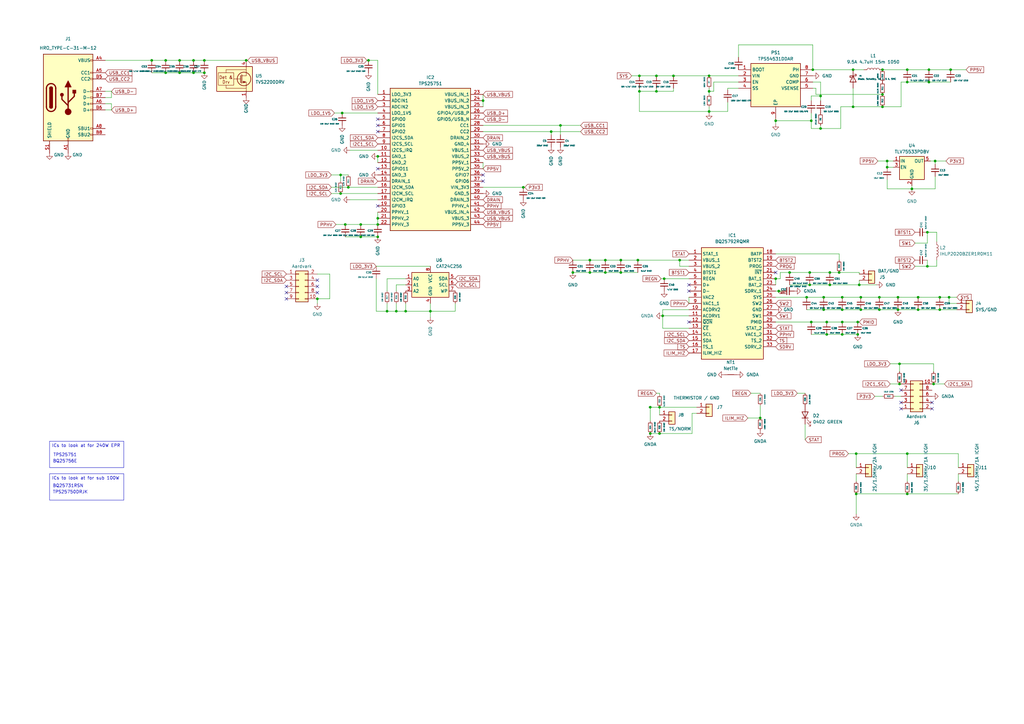
<source format=kicad_sch>
(kicad_sch (version 20231120) (generator "eeschema") (generator_version "8.0")
  (paper "A3")
  (junction (at 368.3 127))
  (junction (at 368.935 157.48))
  (junction (at 385.445 127))
  (junction (at 147.955 97.155))
  (junction (at 318.135 49.53))
  (junction (at 79.375 29.845))
  (junction (at 332.105 111.76))
  (junction (at 290.83 37.465))
  (junction (at 345.44 127))
  (junction (at 262.255 37.465))
  (junction (at 344.17 111.76))
  (junction (at 248.285 106.68))
  (junction (at 340.36 111.76))
  (junction (at 360.68 127))
  (junction (at 383.54 66.04))
  (junction (at 241.935 106.68))
  (junction (at 349.885 43.815))
  (junction (at 372.11 33.655))
  (junction (at 278.765 106.68))
  (junction (at 372.11 28.575))
  (junction (at 269.24 37.465))
  (junction (at 154.94 97.155))
  (junction (at 166.37 127.635))
  (junction (at 340.36 116.84))
  (junction (at 139.7 79.375))
  (junction (at 372.11 202.565))
  (junction (at 176.53 127.635))
  (junction (at 62.23 24.765))
  (junction (at 290.83 45.72))
  (junction (at 272.415 114.3))
  (junction (at 198.12 41.275))
  (junction (at 241.935 111.76))
  (junction (at 353.06 121.92))
  (junction (at 147.955 92.075))
  (junction (at 385.445 121.92))
  (junction (at 361.95 28.575))
  (junction (at 351.155 202.565))
  (junction (at 270.51 167.005))
  (junction (at 140.335 46.355))
  (junction (at 83.82 29.845))
  (junction (at 361.95 38.735))
  (junction (at 142.875 76.835))
  (junction (at 351.79 132.08))
  (junction (at 254.635 111.76))
  (junction (at 339.09 137.16))
  (junction (at 261.62 106.68))
  (junction (at 141.605 92.075))
  (junction (at 333.375 28.575))
  (junction (at 363.855 66.04))
  (junction (at 380.365 95.25))
  (junction (at 100.965 24.765))
  (junction (at 290.83 31.115))
  (junction (at 83.82 24.765))
  (junction (at 381 33.655))
  (junction (at 214.63 76.835))
  (junction (at 368.3 121.92))
  (junction (at 319.405 119.38))
  (junction (at 374.015 77.47))
  (junction (at 276.225 31.115))
  (junction (at 380.365 109.22))
  (junction (at 330.835 121.92))
  (junction (at 266.7 177.8))
  (junction (at 151.13 24.765))
  (junction (at 345.44 132.08))
  (junction (at 254.635 106.68))
  (junction (at 73.66 29.845))
  (junction (at 271.78 129.54))
  (junction (at 361.95 43.815))
  (junction (at 229.87 51.435))
  (junction (at 351.79 137.16))
  (junction (at 381 28.575))
  (junction (at 389.255 121.92))
  (junction (at 389.89 28.575))
  (junction (at 158.75 127.635))
  (junction (at 345.44 137.16))
  (junction (at 336.55 39.37))
  (junction (at 270.51 177.8))
  (junction (at 363.855 68.58))
  (junction (at 360.68 121.92))
  (junction (at 67.945 24.765))
  (junction (at 376.555 127))
  (junction (at 162.56 127.635))
  (junction (at 339.09 132.08))
  (junction (at 351.155 186.055))
  (junction (at 336.55 52.705))
  (junction (at 318.135 114.3))
  (junction (at 337.82 121.92))
  (junction (at 345.44 121.92))
  (junction (at 382.905 157.48))
  (junction (at 311.785 171.45))
  (junction (at 376.555 121.92))
  (junction (at 349.885 28.575))
  (junction (at 332.74 49.53))
  (junction (at 266.7 167.005))
  (junction (at 353.06 127))
  (junction (at 372.11 186.055))
  (junction (at 73.66 24.765))
  (junction (at 323.85 111.76))
  (junction (at 139.7 71.755))
  (junction (at 154.94 92.075))
  (junction (at 269.24 31.115))
  (junction (at 248.285 111.76))
  (junction (at 337.82 127))
  (junction (at 226.06 53.975))
  (junction (at 332.105 116.84))
  (junction (at 234.95 111.76))
  (junction (at 262.255 31.115))
  (junction (at 352.425 116.84))
  (junction (at 154.94 64.135))
  (junction (at 332.74 132.08))
  (junction (at 154.94 89.535))
  (junction (at 130.175 122.555))
  (junction (at 368.935 149.225))
  (junction (at 79.375 24.765))
  (junction (at 67.945 29.845))
  (no_connect (at 369.57 167.64))
  (no_connect (at 130.175 117.475))
  (no_connect (at 369.57 165.1))
  (no_connect (at 318.135 111.76))
  (no_connect (at 369.57 160.02))
  (no_connect (at 282.575 132.08))
  (no_connect (at 154.94 48.895))
  (no_connect (at 117.475 120.015))
  (no_connect (at 382.27 167.64))
  (no_connect (at 282.575 119.38))
  (no_connect (at 130.175 120.015))
  (no_connect (at 117.475 122.555))
  (no_connect (at 117.475 117.475))
  (no_connect (at 154.94 84.455))
  (no_connect (at 382.27 165.1))
  (no_connect (at 154.94 53.975))
  (no_connect (at 198.12 74.295))
  (no_connect (at 154.94 69.215))
  (no_connect (at 282.575 116.84))
  (no_connect (at 198.12 71.755))
  (no_connect (at 154.94 51.435))
  (no_connect (at 130.175 114.935))
  (wire (pts (xy 374.015 77.47) (xy 374.015 76.2)))
  (wire (pts (xy 154.94 86.995) (xy 154.94 89.535)))
  (wire (pts (xy 349.885 43.815) (xy 361.95 43.815)))
  (wire (pts (xy 254.635 106.68) (xy 261.62 106.68)))
  (wire (pts (xy 262.255 37.465) (xy 262.255 45.72)))
  (wire (pts (xy 351.155 197.485) (xy 351.155 194.31)))
  (wire (pts (xy 166.37 127.635) (xy 166.37 124.46)))
  (wire (pts (xy 336.55 52.705) (xy 332.74 52.705)))
  (wire (pts (xy 349.885 36.195) (xy 349.885 43.815)))
  (wire (pts (xy 318.135 114.3) (xy 318.135 116.84)))
  (wire (pts (xy 318.135 121.92) (xy 330.835 121.92)))
  (wire (pts (xy 158.75 127.635) (xy 162.56 127.635)))
  (wire (pts (xy 320.04 114.3) (xy 318.135 114.3)))
  (wire (pts (xy 135.255 112.395) (xy 130.175 112.395)))
  (wire (pts (xy 372.11 197.485) (xy 372.11 194.31)))
  (wire (pts (xy 337.82 127) (xy 345.44 127)))
  (wire (pts (xy 363.855 68.58) (xy 366.395 68.58)))
  (wire (pts (xy 154.94 89.535) (xy 154.94 92.075)))
  (wire (pts (xy 269.24 37.465) (xy 276.225 37.465)))
  (wire (pts (xy 248.285 111.76) (xy 241.935 111.76)))
  (wire (pts (xy 330.835 121.92) (xy 337.82 121.92)))
  (wire (pts (xy 360.68 121.92) (xy 368.3 121.92)))
  (wire (pts (xy 392.43 121.92) (xy 389.255 121.92)))
  (wire (pts (xy 393.065 186.055) (xy 393.065 191.77)))
  (wire (pts (xy 351.155 186.055) (xy 372.11 186.055)))
  (wire (pts (xy 282.575 109.22) (xy 278.765 109.22)))
  (wire (pts (xy 333.375 33.655) (xy 336.55 33.655)))
  (wire (pts (xy 282.575 134.62) (xy 271.78 134.62)))
  (wire (pts (xy 384.175 109.22) (xy 380.365 109.22)))
  (wire (pts (xy 154.305 109.22) (xy 176.53 109.22)))
  (wire (pts (xy 323.85 111.76) (xy 332.105 111.76)))
  (wire (pts (xy 351.155 210.82) (xy 351.155 202.565)))
  (wire (pts (xy 248.285 106.68) (xy 254.635 106.68)))
  (wire (pts (xy 347.98 186.055) (xy 351.155 186.055)))
  (wire (pts (xy 306.705 171.45) (xy 311.785 171.45)))
  (wire (pts (xy 330.2 180.34) (xy 330.2 173.99)))
  (wire (pts (xy 375.285 99.695) (xy 380.365 99.695)))
  (wire (pts (xy 139.7 71.755) (xy 139.7 74.295)))
  (wire (pts (xy 62.23 24.765) (xy 67.945 24.765)))
  (wire (pts (xy 262.255 37.465) (xy 262.255 36.195)))
  (wire (pts (xy 380.365 99.695) (xy 380.365 95.25)))
  (wire (pts (xy 162.56 127.635) (xy 166.37 127.635)))
  (wire (pts (xy 339.09 137.16) (xy 332.74 137.16)))
  (wire (pts (xy 352.425 111.76) (xy 352.425 112.395)))
  (wire (pts (xy 67.945 29.845) (xy 62.23 29.845)))
  (wire (pts (xy 270.51 167.005) (xy 270.51 170.18)))
  (wire (pts (xy 381 33.655) (xy 372.11 33.655)))
  (wire (pts (xy 162.56 116.84) (xy 166.37 116.84)))
  (wire (pts (xy 393.065 197.485) (xy 393.065 194.31)))
  (wire (pts (xy 345.44 127) (xy 353.06 127)))
  (wire (pts (xy 368.935 149.225) (xy 382.905 149.225)))
  (wire (pts (xy 344.17 106.68) (xy 344.17 104.14)))
  (wire (pts (xy 384.175 106.68) (xy 384.175 109.22)))
  (wire (pts (xy 143.51 81.915) (xy 154.94 81.915)))
  (wire (pts (xy 271.78 129.54) (xy 271.78 127)))
  (wire (pts (xy 337.82 121.92) (xy 345.44 121.92)))
  (wire (pts (xy 234.95 106.68) (xy 241.935 106.68)))
  (wire (pts (xy 283.845 177.8) (xy 270.51 177.8)))
  (wire (pts (xy 266.7 167.005) (xy 266.7 172.72)))
  (wire (pts (xy 101.6 24.765) (xy 100.965 24.765)))
  (wire (pts (xy 332.105 111.76) (xy 340.36 111.76)))
  (wire (pts (xy 383.54 66.04) (xy 381.635 66.04)))
  (wire (pts (xy 332.74 132.08) (xy 339.09 132.08)))
  (wire (pts (xy 254.635 111.76) (xy 248.285 111.76)))
  (wire (pts (xy 142.875 76.835) (xy 154.94 76.835)))
  (wire (pts (xy 318.135 50.8) (xy 318.135 49.53)))
  (wire (pts (xy 238.125 51.435) (xy 229.87 51.435)))
  (wire (pts (xy 226.06 55.245) (xy 226.06 53.975)))
  (wire (pts (xy 368.935 152.4) (xy 368.935 149.225)))
  (wire (pts (xy 333.375 28.575) (xy 349.885 28.575)))
  (wire (pts (xy 270.51 161.29) (xy 269.24 161.29)))
  (wire (pts (xy 226.06 53.975) (xy 198.12 53.975)))
  (wire (pts (xy 158.75 127.635) (xy 158.75 124.46)))
  (wire (pts (xy 382.27 157.48) (xy 382.905 157.48)))
  (wire (pts (xy 166.37 114.3) (xy 158.75 114.3)))
  (wire (pts (xy 372.11 186.055) (xy 393.065 186.055)))
  (wire (pts (xy 367.03 162.56) (xy 369.57 162.56)))
  (wire (pts (xy 285.75 169.545) (xy 283.845 169.545)))
  (wire (pts (xy 333.375 18.415) (xy 333.375 28.575)))
  (wire (pts (xy 392.43 124.46) (xy 389.255 124.46)))
  (wire (pts (xy 139.7 79.375) (xy 154.94 79.375)))
  (wire (pts (xy 176.53 127.635) (xy 176.53 124.46)))
  (wire (pts (xy 186.69 127.635) (xy 176.53 127.635)))
  (wire (pts (xy 353.06 127) (xy 360.68 127)))
  (wire (pts (xy 290.83 36.195) (xy 290.83 37.465)))
  (wire (pts (xy 345.44 137.16) (xy 339.09 137.16)))
  (wire (pts (xy 79.375 29.845) (xy 73.66 29.845)))
  (wire (pts (xy 45.72 40.005) (xy 43.18 40.005)))
  (wire (pts (xy 358.775 162.56) (xy 361.95 162.56)))
  (wire (pts (xy 352.425 114.935) (xy 352.425 116.84)))
  (wire (pts (xy 135.89 71.755) (xy 139.7 71.755)))
  (wire (pts (xy 241.935 106.68) (xy 248.285 106.68)))
  (wire (pts (xy 344.805 52.705) (xy 344.805 43.815)))
  (wire (pts (xy 270.51 167.005) (xy 285.75 167.005)))
  (wire (pts (xy 332.74 49.53) (xy 332.74 46.355)))
  (wire (pts (xy 270.51 161.925) (xy 270.51 161.29)))
  (wire (pts (xy 186.69 124.46) (xy 186.69 127.635)))
  (wire (pts (xy 269.24 31.115) (xy 276.225 31.115)))
  (wire (pts (xy 261.62 106.68) (xy 278.765 106.68)))
  (wire (pts (xy 154.94 24.765) (xy 154.94 38.735)))
  (wire (pts (xy 282.575 124.46) (xy 282.575 121.92)))
  (wire (pts (xy 381 28.575) (xy 389.89 28.575)))
  (wire (pts (xy 276.225 31.115) (xy 290.83 31.115)))
  (wire (pts (xy 363.855 66.04) (xy 363.855 68.58)))
  (wire (pts (xy 43.18 24.765) (xy 62.23 24.765)))
  (wire (pts (xy 158.75 114.3) (xy 158.75 119.38)))
  (wire (pts (xy 320.04 111.76) (xy 323.85 111.76)))
  (wire (pts (xy 372.11 28.575) (xy 381 28.575)))
  (wire (pts (xy 135.255 122.555) (xy 135.255 112.395)))
  (wire (pts (xy 278.765 106.68) (xy 282.575 106.68)))
  (wire (pts (xy 344.805 43.815) (xy 349.885 43.815)))
  (wire (pts (xy 344.17 104.14) (xy 318.135 104.14)))
  (wire (pts (xy 276.225 37.465) (xy 276.225 36.195)))
  (wire (pts (xy 385.445 121.92) (xy 389.255 121.92)))
  (wire (pts (xy 214.63 76.835) (xy 198.12 76.835)))
  (wire (pts (xy 372.11 33.655) (xy 369.57 33.655)))
  (wire (pts (xy 292.735 33.655) (xy 302.895 33.655)))
  (wire (pts (xy 278.765 109.22) (xy 278.765 106.68)))
  (wire (pts (xy 382.905 157.48) (xy 387.35 157.48)))
  (wire (pts (xy 143.51 61.595) (xy 154.94 61.595)))
  (wire (pts (xy 360.045 66.04) (xy 363.855 66.04)))
  (wire (pts (xy 334.645 38.735) (xy 334.645 36.195)))
  (wire (pts (xy 302.895 23.495) (xy 302.895 18.415)))
  (wire (pts (xy 290.83 45.72) (xy 262.255 45.72)))
  (wire (pts (xy 238.125 53.975) (xy 226.06 53.975)))
  (wire (pts (xy 198.12 41.275) (xy 198.12 43.815)))
  (wire (pts (xy 344.17 111.76) (xy 352.425 111.76)))
  (wire (pts (xy 320.675 119.38) (xy 319.405 119.38)))
  (wire (pts (xy 43.18 37.465) (xy 45.72 37.465)))
  (wire (pts (xy 298.45 36.195) (xy 302.895 36.195)))
  (wire (pts (xy 359.41 116.84) (xy 352.425 116.84)))
  (wire (pts (xy 372.11 186.055) (xy 372.11 191.77)))
  (wire (pts (xy 363.855 73.66) (xy 363.855 77.47)))
  (wire (pts (xy 389.255 124.46) (xy 389.255 121.92)))
  (wire (pts (xy 290.83 46.355) (xy 290.83 45.72)))
  (wire (pts (xy 135.89 76.835) (xy 142.875 76.835)))
  (wire (pts (xy 323.85 116.84) (xy 332.105 116.84)))
  (wire (pts (xy 130.175 122.555) (xy 135.255 122.555)))
  (wire (pts (xy 45.72 45.085) (xy 43.18 45.085)))
  (wire (pts (xy 311.785 161.29) (xy 307.975 161.29)))
  (wire (pts (xy 319.405 119.38) (xy 319.405 120.015)))
  (wire (pts (xy 336.55 39.37) (xy 336.55 41.275)))
  (wire (pts (xy 351.79 137.16) (xy 345.44 137.16)))
  (wire (pts (xy 176.53 127.635) (xy 166.37 127.635)))
  (wire (pts (xy 137.795 92.075) (xy 141.605 92.075)))
  (wire (pts (xy 147.955 92.075) (xy 154.94 92.075)))
  (wire (pts (xy 261.62 111.76) (xy 254.635 111.76)))
  (wire (pts (xy 351.155 186.055) (xy 351.155 191.77)))
  (wire (pts (xy 311.785 171.45) (xy 311.785 166.37)))
  (wire (pts (xy 290.83 45.72) (xy 298.45 45.72)))
  (wire (pts (xy 380.365 109.22) (xy 380.365 106.68)))
  (wire (pts (xy 135.89 79.375) (xy 139.7 79.375)))
  (wire (pts (xy 269.24 37.465) (xy 269.24 36.195)))
  (wire (pts (xy 352.425 116.84) (xy 340.36 116.84)))
  (wire (pts (xy 368.3 121.92) (xy 376.555 121.92)))
  (wire (pts (xy 266.065 167.005) (xy 266.7 167.005)))
  (wire (pts (xy 396.24 28.575) (xy 389.89 28.575)))
  (wire (pts (xy 290.83 37.465) (xy 292.735 37.465)))
  (wire (pts (xy 198.12 38.735) (xy 198.12 41.275)))
  (wire (pts (xy 67.945 24.765) (xy 73.66 24.765)))
  (wire (pts (xy 83.82 29.845) (xy 79.375 29.845)))
  (wire (pts (xy 266.7 167.005) (xy 270.51 167.005)))
  (wire (pts (xy 271.78 127) (xy 282.575 127)))
  (wire (pts (xy 283.845 169.545) (xy 283.845 177.8)))
  (wire (pts (xy 372.11 28.575) (xy 361.95 28.575)))
  (wire (pts (xy 154.94 97.155) (xy 147.955 97.155)))
  (wire (pts (xy 361.95 43.815) (xy 369.57 43.815)))
  (wire (pts (xy 383.54 66.04) (xy 383.54 67.31)))
  (wire (pts (xy 154.94 64.135) (xy 154.94 66.675)))
  (wire (pts (xy 45.72 37.465) (xy 45.72 40.005)))
  (wire (pts (xy 271.78 134.62) (xy 271.78 129.54)))
  (wire (pts (xy 332.74 41.275) (xy 332.74 39.37)))
  (wire (pts (xy 162.56 127.635) (xy 162.56 124.46)))
  (wire (pts (xy 360.68 127) (xy 368.3 127)))
  (wire (pts (xy 365.125 149.225) (xy 368.935 149.225)))
  (wire (pts (xy 340.36 111.76) (xy 344.17 111.76)))
  (wire (pts (xy 382.905 149.225) (xy 382.905 152.4)))
  (wire (pts (xy 318.135 49.53) (xy 318.135 48.895)))
  (wire (pts (xy 162.56 119.38) (xy 162.56 116.84)))
  (wire (pts (xy 215.265 76.835) (xy 214.63 76.835)))
  (wire (pts (xy 384.175 95.25) (xy 380.365 95.25)))
  (wire (pts (xy 330.835 127) (xy 337.82 127)))
  (wire (pts (xy 330.2 161.29) (xy 327.025 161.29)))
  (wire (pts (xy 229.87 55.245) (xy 229.87 51.435)))
  (wire (pts (xy 292.735 37.465) (xy 292.735 33.655)))
  (wire (pts (xy 290.83 45.72) (xy 290.83 43.815)))
  (wire (pts (xy 383.54 77.47) (xy 374.015 77.47)))
  (wire (pts (xy 334.645 36.195) (xy 333.375 36.195)))
  (wire (pts (xy 198.12 66.675) (xy 198.12 69.215)))
  (wire (pts (xy 389.89 33.655) (xy 381 33.655)))
  (wire (pts (xy 272.415 114.3) (xy 282.575 114.3)))
  (wire (pts (xy 376.555 127) (xy 385.445 127)))
  (wire (pts (xy 271.78 129.54) (xy 282.575 129.54)))
  (wire (pts (xy 154.305 114.3) (xy 154.305 127.635)))
  (wire (pts (xy 262.255 31.115) (xy 269.24 31.115)))
  (wire (pts (xy 369.57 33.655) (xy 369.57 43.815)))
  (wire (pts (xy 150.495 24.765) (xy 151.13 24.765)))
  (wire (pts (xy 368.935 157.48) (xy 369.57 157.48)))
  (wire (pts (xy 387.985 66.04) (xy 383.54 66.04)))
  (wire (pts (xy 154.305 127.635) (xy 158.75 127.635)))
  (wire (pts (xy 332.74 39.37) (xy 336.55 39.37)))
  (wire (pts (xy 385.445 127) (xy 392.43 127)))
  (wire (pts (xy 334.645 38.735) (xy 361.95 38.735)))
  (wire (pts (xy 271.145 114.3) (xy 272.415 114.3)))
  (wire (pts (xy 141.605 97.155) (xy 147.955 97.155)))
  (wire (pts (xy 345.44 121.92) (xy 353.06 121.92)))
  (wire (pts (xy 318.135 132.08) (xy 332.74 132.08)))
  (wire (pts (xy 302.895 18.415) (xy 333.375 18.415)))
  (wire (pts (xy 375.285 109.22) (xy 380.365 109.22)))
  (wire (pts (xy 363.855 77.47) (xy 374.015 77.47)))
  (wire (pts (xy 320.04 111.76) (xy 320.04 114.3)))
  (wire (pts (xy 368.3 127) (xy 376.555 127)))
  (wire (pts (xy 270.51 177.8) (xy 266.7 177.8)))
  (wire (pts (xy 140.335 46.355) (xy 154.94 46.355)))
  (wire (pts (xy 176.53 130.175) (xy 176.53 127.635)))
  (wire (pts (xy 319.405 119.38) (xy 318.135 119.38)))
  (wire (pts (xy 352.425 132.08) (xy 351.79 132.08)))
  (wire (pts (xy 79.375 24.765) (xy 83.82 24.765)))
  (wire (pts (xy 372.11 202.565) (xy 351.155 202.565)))
  (wire (pts (xy 360.68 121.92) (xy 353.06 121.92)))
  (wire (pts (xy 365.125 157.48) (xy 368.935 157.48)))
  (wire (pts (xy 336.55 51.435) (xy 336.55 52.705)))
  (wire (pts (xy 336.55 52.705) (xy 344.805 52.705)))
  (wire (pts (xy 151.13 24.765) (xy 154.94 24.765)))
  (wire (pts (xy 345.44 132.08) (xy 351.79 132.08)))
  (wire (pts (xy 83.82 24.765) (xy 100.965 24.765)))
  (wire (pts (xy 45.72 42.545) (xy 45.72 45.085)))
  (wire (pts (xy 130.175 124.46) (xy 130.175 122.555)))
  (wire (pts (xy 298.45 45.72) (xy 298.45 41.91)))
  (wire (pts (xy 290.83 37.465) (xy 290.83 38.735)))
  (wire (pts (xy 298.45 36.83) (xy 298.45 36.195)))
  (wire (pts (xy 376.555 121.92) (xy 385.445 121.92)))
  (wire (pts (xy 43.18 42.545) (xy 45.72 42.545)))
  (wire (pts (xy 332.105 116.84) (xy 340.36 116.84)))
  (wire (pts (xy 262.255 37.465) (xy 269.24 37.465)))
  (wire (pts (xy 262.255 31.115) (xy 259.08 31.115)))
  (wire (pts (xy 332.74 52.705) (xy 332.74 49.53)))
  (wire (pts (xy 73.66 29.845) (xy 67.945 29.845)))
  (wire (pts (xy 339.09 132.08) (xy 345.44 132.08)))
  (wire (pts (xy 383.54 72.39) (xy 383.54 77.47)))
  (wire (pts (xy 363.855 66.04) (xy 366.395 66.04)))
  (wire (pts (xy 354.33 28.575) (xy 349.885 28.575)))
  (wire (pts (xy 290.83 31.115) (xy 302.895 31.115)))
  (wire (pts (xy 229.87 51.435) (xy 198.12 51.435)))
  (wire (pts (xy 73.66 24.765) (xy 79.375 24.765)))
  (wire (pts (xy 137.16 46.355) (xy 140.335 46.355)))
  (wire (pts (xy 372.11 202.565) (xy 393.065 202.565)))
  (wire (pts (xy 141.605 92.075) (xy 147.955 92.075)))
  (wire (pts (xy 241.935 111.76) (xy 234.95 111.76)))
  (wire (pts (xy 384.175 95.25) (xy 384.175 99.06)))
  (wire (pts (xy 332.74 49.53) (xy 318.135 49.53)))
  (wire (pts (xy 139.7 71.755) (xy 142.875 71.755)))
  (wire (pts (xy 336.55 33.655) (xy 336.55 39.37)))
  (text_box "ICs to look at for 240W EPR" (at 20.32 180.975 0) (size 30.48 10.795) (effects (font (size 1.27 1.27)) (justify left top)))
  (text_box "ICs to look at for sub 100W" (at 20.32 194.31 0) (size 30.48 10.795) (effects (font (size 1.27 1.27)) (justify left top)))
  (text "TPS25750DRJK" (at 21.59 201.93 0) (effects (font (size 1.27 1.27)) (justify left)))
  (text "BQ25731RSN" (at 21.59 199.39 0) (effects (font (size 1.27 1.27)) (justify left)))
  (text "BQ25756E" (at 26.67 189.23 0) (effects (font (size 1.27 1.27))))
  (text "TPS25751" (at 26.67 186.69 0) (effects (font (size 1.27 1.27))))
  (global_label "BTST2" (shape input) (at 318.135 106.68 0) (property "Intersheetrefs" "${INTERSHEET_REFS}" (effects (hide yes))))
  (global_label "USB_D-" (shape input) (at 198.12 48.895 0) (property "Intersheetrefs" "${INTERSHEET_REFS}" (effects (hide yes))))
  (global_label "USB_VBUS" (shape input) (at 198.12 89.535 0) (property "Intersheetrefs" "${INTERSHEET_REFS}" (effects (hide yes))))
  (global_label "USB_D-" (shape input) (at 45.72 37.465 0) (property "Intersheetrefs" "${INTERSHEET_REFS}" (effects (hide yes))))
  (global_label "TS" (shape input) (at 282.575 142.24 180) (property "Intersheetrefs" "${INTERSHEET_REFS}" (effects (hide yes))))
  (global_label "PP5V" (shape input) (at 360.045 66.04 180) (property "Intersheetrefs" "${INTERSHEET_REFS}" (effects (hide yes))))
  (global_label "PROG" (shape input) (at 347.98 186.055 180) (property "Intersheetrefs" "${INTERSHEET_REFS}" (effects (hide yes))))
  (global_label "SW1" (shape input) (at 318.135 129.54 0) (property "Intersheetrefs" "${INTERSHEET_REFS}" (effects (hide yes))))
  (global_label "REGN" (shape input) (at 269.24 161.29 180) (property "Intersheetrefs" "${INTERSHEET_REFS}" (effects (hide yes))))
  (global_label "LDO_3V3" (shape input) (at 154.305 109.22 180) (property "Intersheetrefs" "${INTERSHEET_REFS}" (effects (hide yes))))
  (global_label "STAT" (shape input) (at 318.135 134.62 0) (property "Intersheetrefs" "${INTERSHEET_REFS}" (effects (hide yes))))
  (global_label "STAT" (shape input) (at 282.575 104.14 180) (property "Intersheetrefs" "${INTERSHEET_REFS}" (effects (hide yes))))
  (global_label "P3V3" (shape input) (at 387.985 66.04 0) (property "Intersheetrefs" "${INTERSHEET_REFS}" (effects (hide yes))))
  (global_label "I2C_SDA" (shape input) (at 186.69 114.3 0) (property "Intersheetrefs" "${INTERSHEET_REFS}" (effects (hide yes))))
  (global_label "PMID" (shape input) (at 352.425 132.08 0) (property "Intersheetrefs" "${INTERSHEET_REFS}" (effects (hide yes))))
  (global_label "SYS" (shape input) (at 392.43 121.92 0) (property "Intersheetrefs" "${INTERSHEET_REFS}" (effects (hide yes))))
  (global_label "PPHV" (shape input) (at 282.575 124.46 180) (property "Intersheetrefs" "${INTERSHEET_REFS}" (effects (hide yes))))
  (global_label "SW2" (shape input) (at 318.135 124.46 0) (property "Intersheetrefs" "${INTERSHEET_REFS}" (effects (hide yes))))
  (global_label "I2C_SDA" (shape input) (at 117.475 114.935 180) (property "Intersheetrefs" "${INTERSHEET_REFS}" (effects (hide yes))))
  (global_label "PPHV" (shape input) (at 137.795 92.075 180) (property "Intersheetrefs" "${INTERSHEET_REFS}" (effects (hide yes))))
  (global_label "I2C1_SDA" (shape input) (at 387.35 157.48 0) (property "Intersheetrefs" "${INTERSHEET_REFS}" (effects (hide yes))))
  (global_label "I2C1_SCL" (shape input) (at 365.125 157.48 180) (property "Intersheetrefs" "${INTERSHEET_REFS}" (effects (hide yes))))
  (global_label "SDRV" (shape input) (at 319.405 120.015 0) (effects (font (size 0.5 0.5))) (property "Intersheetrefs" "${INTERSHEET_REFS}" (effects (hide yes))))
  (global_label "I2C1_SDA" (shape input) (at 154.94 56.515 180) (property "Intersheetrefs" "${INTERSHEET_REFS}" (effects (hide yes))))
  (global_label "SW1" (shape input) (at 375.285 99.695 180) (property "Intersheetrefs" "${INTERSHEET_REFS}" (effects (hide yes))))
  (global_label "I2C_SDA" (shape input) (at 135.89 76.835 180) (property "Intersheetrefs" "${INTERSHEET_REFS}" (effects (hide yes))))
  (global_label "LDO_3V3" (shape input) (at 150.495 24.765 180) (property "Intersheetrefs" "${INTERSHEET_REFS}" (effects (hide yes))))
  (global_label "TS" (shape input) (at 318.135 139.7 0) (property "Intersheetrefs" "${INTERSHEET_REFS}" (effects (hide yes))))
  (global_label "USB_D+" (shape input) (at 198.12 46.355 0) (property "Intersheetrefs" "${INTERSHEET_REFS}" (effects (hide yes))))
  (global_label "PPHV" (shape input) (at 198.12 84.455 0) (property "Intersheetrefs" "${INTERSHEET_REFS}" (effects (hide yes))))
  (global_label "USB_CC1" (shape input) (at 238.125 51.435 0) (property "Intersheetrefs" "${INTERSHEET_REFS}" (effects (hide yes))))
  (global_label "USB_D+" (shape input) (at 45.72 45.085 0) (property "Intersheetrefs" "${INTERSHEET_REFS}" (effects (hide yes))))
  (global_label "PPHV" (shape input) (at 234.95 106.68 180) (property "Intersheetrefs" "${INTERSHEET_REFS}" (effects (hide yes))))
  (global_label "I2C_SCL" (shape input) (at 186.69 116.84 0) (property "Intersheetrefs" "${INTERSHEET_REFS}" (effects (hide yes))))
  (global_label "I2C_SCL" (shape input) (at 117.475 112.395 180) (property "Intersheetrefs" "${INTERSHEET_REFS}" (effects (hide yes))))
  (global_label "USB_VBUS" (shape input) (at 198.12 86.995 0) (property "Intersheetrefs" "${INTERSHEET_REFS}" (effects (hide yes))))
  (global_label "DRAIN" (shape input) (at 154.94 74.295 180) (property "Intersheetrefs" "${INTERSHEET_REFS}" (effects (hide yes))))
  (global_label "USB_CC1" (shape input) (at 43.18 29.845 0) (property "Intersheetrefs" "${INTERSHEET_REFS}" (effects (hide yes))))
  (global_label "I2C1_SCL" (shape input) (at 154.94 59.055 180) (property "Intersheetrefs" "${INTERSHEET_REFS}" (effects (hide yes))))
  (global_label "LDO_3V3" (shape input) (at 135.89 71.755 180) (property "Intersheetrefs" "${INTERSHEET_REFS}" (effects (hide yes))))
  (global_label "BTST2" (shape input) (at 375.285 106.68 180) (property "Intersheetrefs" "${INTERSHEET_REFS}" (effects (hide yes))))
  (global_label "I2C_SCL" (shape input) (at 282.575 137.16 180) (property "Intersheetrefs" "${INTERSHEET_REFS}" (effects (hide yes))))
  (global_label "SDRV" (shape input) (at 318.135 142.24 0) (property "Intersheetrefs" "${INTERSHEET_REFS}" (effects (hide yes))))
  (global_label "USB_CC2" (shape input) (at 43.18 32.385 0) (property "Intersheetrefs" "${INTERSHEET_REFS}" (effects (hide yes))))
  (global_label "BTST1" (shape input) (at 375.285 95.25 180) (property "Intersheetrefs" "${INTERSHEET_REFS}" (effects (hide yes))))
  (global_label "USB_VBUS" (shape input) (at 198.12 61.595 0) (property "Intersheetrefs" "${INTERSHEET_REFS}" (effects (hide yes))))
  (global_label "P3V3" (shape input) (at 358.775 162.56 180) (property "Intersheetrefs" "${INTERSHEET_REFS}" (effects (hide yes))))
  (global_label "I2C_SDA" (shape input) (at 282.575 139.7 180) (property "Intersheetrefs" "${INTERSHEET_REFS}" (effects (hide yes))))
  (global_label "USB_VBUS" (shape input) (at 101.6 24.765 0) (property "Intersheetrefs" "${INTERSHEET_REFS}" (effects (hide yes))))
  (global_label "DRAIN" (shape input) (at 198.12 81.915 0) (property "Intersheetrefs" "${INTERSHEET_REFS}" (effects (hide yes))))
  (global_label "REGN" (shape input) (at 307.975 161.29 180) (property "Intersheetrefs" "${INTERSHEET_REFS}" (effects (hide yes))))
  (global_label "DRAIN" (shape input) (at 198.12 56.515 0) (property "Intersheetrefs" "${INTERSHEET_REFS}" (effects (hide yes))))
  (global_label "PPHV" (shape input) (at 318.135 137.16 0) (property "Intersheetrefs" "${INTERSHEET_REFS}" (effects (hide yes))))
  (global_label "ILIM_HIZ" (shape input) (at 282.575 144.78 180) (property "Intersheetrefs" "${INTERSHEET_REFS}" (effects (hide yes))))
  (global_label "P3V3" (shape input) (at 215.265 76.835 0) (property "Intersheetrefs" "${INTERSHEET_REFS}" (effects (hide yes))))
  (global_label "SYS" (shape input) (at 259.08 31.115 180) (property "Intersheetrefs" "${INTERSHEET_REFS}" (effects (hide yes))))
  (global_label "LDO_1V5" (shape input) (at 154.94 41.275 180) (property "Intersheetrefs" "${INTERSHEET_REFS}" (effects (hide yes))))
  (global_label "SW2" (shape input) (at 375.285 109.22 180) (property "Intersheetrefs" "${INTERSHEET_REFS}" (effects (hide yes))))
  (global_label "PROG" (shape input) (at 318.135 109.22 0) (property "Intersheetrefs" "${INTERSHEET_REFS}" (effects (hide yes))))
  (global_label "LDO_1V5" (shape input) (at 137.16 46.355 180) (property "Intersheetrefs" "${INTERSHEET_REFS}" (effects (hide yes))))
  (global_label "PP5V" (shape input) (at 396.24 28.575 0) (property "Intersheetrefs" "${INTERSHEET_REFS}" (effects (hide yes))))
  (global_label "REGN" (shape input) (at 271.145 114.3 180) (property "Intersheetrefs" "${INTERSHEET_REFS}" (effects (hide yes))))
  (global_label "BTST1" (shape input) (at 282.575 111.76 180) (property "Intersheetrefs" "${INTERSHEET_REFS}" (effects (hide yes))))
  (global_label "STAT" (shape input) (at 330.2 180.34 0) (property "Intersheetrefs" "${INTERSHEET_REFS}" (effects (hide yes))))
  (global_label "PP5V" (shape input) (at 198.12 69.215 0) (property "Intersheetrefs" "${INTERSHEET_REFS}" (effects (hide yes))))
  (global_label "USB_VBUS" (shape input) (at 198.12 38.735 0) (property "Intersheetrefs" "${INTERSHEET_REFS}" (effects (hide yes))))
  (global_label "PP5V" (shape input) (at 198.12 92.075 0) (property "Intersheetrefs" "${INTERSHEET_REFS}" (effects (hide yes))))
  (global_label "LDO_3V3" (shape input) (at 327.025 161.29 180) (property "Intersheetrefs" "${INTERSHEET_REFS}" (effects (hide yes))))
  (global_label "USB_CC2" (shape input) (at 238.125 53.975 0) (property "Intersheetrefs" "${INTERSHEET_REFS}" (effects (hide yes))))
  (global_label "I2C_SCL" (shape input) (at 135.89 79.375 180) (property "Intersheetrefs" "${INTERSHEET_REFS}" (effects (hide yes))))
  (global_label "USB_VBUS" (shape input) (at 198.12 64.135 0) (property "Intersheetrefs" "${INTERSHEET_REFS}" (effects (hide yes))))
  (global_label "LDO_3V3" (shape input) (at 365.125 149.225 180) (property "Intersheetrefs" "${INTERSHEET_REFS}" (effects (hide yes))))
  (global_label "LDO_1V5" (shape input) (at 154.94 43.815 180) (property "Intersheetrefs" "${INTERSHEET_REFS}" (effects (hide yes))))
  (global_label "ILIM_HIZ" (shape input) (at 306.705 171.45 180) (property "Intersheetrefs" "${INTERSHEET_REFS}" (effects (hide yes))))
  (symbol (lib_id "power:GNDA") (at 271.78 129.54 270) (unit 1)
    (property "Reference" "#PWR026" (effects (hide yes)))
    (property "Value" "GNDA" (at 267.97 129.54 90) (effects (justify right)))
  )
  (symbol (lib_id "Device:C_Small") (at 151.13 27.305 0) (mirror y) (unit 1)
    (property "Reference" "C25" (at 149.225 27.305 0) (effects (font (size 0.75 0.75)) (justify left)))
    (property "Value" "10V 10uF 0402 X5R" (at 149.86 29.21 0) (effects (font (size 0.5 0.5)) (justify left)))
    (property "Footprint" "Capacitor_SMD:C_0402_1005Metric" (effects (hide yes)))
  )
  (symbol (lib_id "Device:R_Small") (at 290.83 33.655 180) (unit 1)
    (property "Reference" "R7" (at 290.83 33.655 90) (effects (font (size 0.5 0.5))))
    (property "Value" "665K 0603" (at 288.925 33.655 90) (effects (font (size 0.5 0.5))))
    (property "Footprint" "Resistor_SMD:R_0603_1608Metric" (effects (hide yes)))
  )
  (symbol (lib_id "power:GND") (at 351.79 137.16 0) (unit 1)
    (property "Reference" "#PWR027" (effects (hide yes)))
    (property "Value" "GND" (at 351.79 142.24 0))
  )
  (symbol (lib_id "power:GND") (at 368.3 127 0) (unit 1)
    (property "Reference" "#PWR030" (effects (hide yes)))
    (property "Value" "GND" (at 368.3 132.08 0))
  )
  (symbol (lib_id "Connector_Generic:Conn_01x02") (at 357.505 112.395 0) (unit 1)
    (property "Reference" "J5" (at 360.68 113.665 0) (effects (justify left)))
    (property "Value" "BAT/GND" (at 360.045 111.125 0) (effects (justify left)))
    (property "Footprint" "Connector_PinHeader_2.54mm:PinHeader_1x02_P2.54mm_Vertical" (effects (hide yes)))
  )
  (symbol (lib_id "Device:C_Small") (at 154.94 94.615 0) (mirror y) (unit 1)
    (property "Reference" "C29" (at 153.035 94.615 0) (effects (font (size 0.75 0.75)) (justify left)))
    (property "Value" "0.1uF 0402 X5R 35V" (at 153.67 96.52 0) (effects (font (size 0.5 0.5)) (justify left)))
    (property "Footprint" "Capacitor_SMD:C_0402_1005Metric" (effects (hide yes)))
  )
  (symbol (lib_id "Device:L") (at 384.175 102.87 0) (unit 1)
    (property "Reference" "L2" (at 385.445 101.6 0) (effects (justify left)))
    (property "Value" "IHLP2020BZER1R0M11" (at 385.445 104.14 0) (effects (justify left)))
    (property "Footprint" "Inductor_SMD:L_Vishay_IHLP-2020" (effects (hide yes)))
  )
  (symbol (lib_id "Device:R_Small") (at 266.7 175.26 0) (mirror x) (unit 1)
    (property "Reference" "R34" (at 266.7 175.26 90) (effects (font (size 0.5 0.5))))
    (property "Value" "30.1K 0402" (at 268.605 175.26 90) (effects (font (size 0.5 0.5))))
    (property "Footprint" "Resistor_SMD:R_0402_1005Metric" (effects (hide yes)))
  )
  (symbol (lib_id "Device:D_Schottky") (at 349.885 32.385 270) (unit 1)
    (property "Reference" "D1" (at 352.425 31.115 90) (effects (font (size 0.5 0.5)) (justify left)))
    (property "Value" "Diode, Schottky, 40 V, 5 A, SMC" (at 351.79 32.385 90) (effects (font (size 0.635 0.635)) (justify left)))
    (property "Footprint" "Diode_SMD:D_SMC" (effects (hide yes)))
  )
  (symbol (lib_id "power:GND") (at 198.12 59.055 90) (unit 1)
    (property "Reference" "#PWR04" (effects (hide yes)))
    (property "Value" "GND" (at 203.835 59.055 90))
  )
  (symbol (lib_id "BQ25792RQMR:BQ25792RQMR") (at 282.575 104.14 0) (unit 1)
    (property "Reference" "IC1" (at 300.355 96.52 0))
    (property "Value" "BQ25792RQMR" (at 300.355 99.06 0))
    (property "Footprint" "BQ25792RQMR:BQ25792RQMR" (effects (hide yes)))
    (property "Height" "1" (effects (hide yes)))
    (property "Mouser Part Number" "595-BQ25792RQMR" (effects (hide yes)))
    (property "Mouser Price/Stock" "https://www.mouser.co.uk/ProductDetail/Texas-Instruments/BQ25792RQMR?qs=81r%252BiQLm7BSrfMJlEm4Auw%3D%3D" (effects (hide yes)))
    (property "Manufacturer_Name" "Texas Instruments" (effects (hide yes)))
    (property "Manufacturer_Part_Number" "BQ25792RQMR" (effects (hide yes)))
  )
  (symbol (lib_id "Device:C_Small") (at 332.105 114.3 0) (unit 1)
    (property "Reference" "C50" (at 334.01 114.3 0) (effects (font (size 0.75 0.75)) (justify left)))
    (property "Value" "50V 10uF 0603" (at 333.375 116.205 0) (effects (font (size 0.5 0.5)) (justify left)))
    (property "Footprint" "Capacitor_SMD:C_0603_1608Metric" (effects (hide yes)))
  )
  (symbol (lib_id "Device:C_Small") (at 385.445 124.46 0) (unit 1)
    (property "Reference" "C59" (at 387.35 124.46 0) (effects (font (size 0.75 0.75)) (justify left)))
    (property "Value" "50V 10uF 0805" (at 386.715 126.365 0) (effects (font (size 0.5 0.5)) (justify left)))
    (property "Footprint" "Capacitor_SMD:C_0805_2012Metric" (effects (hide yes)))
  )
  (symbol (lib_id "power:GND") (at 272.415 119.38 0) (unit 1)
    (property "Reference" "#PWR028" (effects (hide yes)))
    (property "Value" "GND" (at 272.415 124.46 0))
  )
  (symbol (lib_id "Connector_Generic:Conn_01x02") (at 275.59 170.18 0) (unit 1)
    (property "Reference" "J8" (at 278.13 170.18 0) (effects (justify left)))
    (property "Value" "TS/NORM" (at 274.32 175.895 0) (effects (justify left)))
    (property "Footprint" "Connector_PinHeader_2.54mm:PinHeader_1x02_P2.54mm_Vertical" (effects (hide yes)))
  )
  (symbol (lib_id "power:GNDA") (at 382.27 162.56 90) (unit 1)
    (property "Reference" "#PWR035" (effects (hide yes)))
    (property "Value" "GNDA" (at 386.08 162.56 90) (effects (justify right)))
  )
  (symbol (lib_id "TPS54531DDAR:TPS54531DDAR") (at 302.895 28.575 0) (unit 1)
    (property "Reference" "PS1" (at 318.135 21.59 0))
    (property "Value" "TPS54531DDAR" (at 318.135 24.13 0))
    (property "Footprint" "TPS54531DDAR:SOIC127P600X170-9N" (effects (hide yes)))
    (property "Datasheet" "http://www.ti.com/lit/gpn/tps54531" (effects (hide yes)))
    (property "Height" "1.7" (effects (hide yes)))
    (property "Mouser Part Number" "595-TPS54531DDAR" (effects (hide yes)))
    (property "Mouser Price/Stock" "https://www.mouser.co.uk/ProductDetail/Texas-Instruments/TPS54531DDAR?qs=jA5Ki6243onykODzUePbag%3D%3D" (effects (hide yes)))
    (property "Manufacturer_Name" "Texas Instruments" (effects (hide yes)))
    (property "Manufacturer_Part_Number" "TPS54531DDAR" (effects (hide yes)))
  )
  (symbol (lib_id "Connector_Generic:Conn_02x05_Odd_Even") (at 374.65 162.56 0) (mirror x) (unit 1)
    (property "Reference" "J6" (at 375.92 173.355 0))
    (property "Value" "Aardvark" (at 375.92 170.815 0))
    (property "Footprint" "Connector_PinHeader_2.54mm:PinHeader_2x05_P2.54mm_Vertical" (effects (hide yes)))
  )
  (symbol (lib_id "power:GNDA") (at 266.7 177.8 0) (unit 1)
    (property "Reference" "#PWR036" (effects (hide yes)))
    (property "Value" "GNDA" (at 266.7 182.245 0))
  )
  (symbol (lib_id "TPS25750DRJKR:TPS25750DRJKR") (at 154.94 38.735 0) (unit 1)
    (property "Reference" "IC2" (at 176.53 31.75 0))
    (property "Value" "TPS25751" (at 176.53 34.29 0))
    (property "Footprint" "TPS25750DRJKR:TPS25750DRJKR" (effects (hide yes)))
    (property "Datasheet" "https://www.ti.com/lit/ds/symlink/tps25750.pdf?ts=1610417214819&ref_url=https%253A%252F%252Fwww.ti.com%252Finterface%252Fusb%252Ftype-c-and-power-delivery%252Fproducts.html" (effects (hide yes)))
    (property "Height" "0.8" (effects (hide yes)))
    (property "Mouser Part Number" "595-TPS25750DRJKR" (effects (hide yes)))
    (property "Mouser Price/Stock" "https://www.mouser.co.uk/ProductDetail/Texas-Instruments/TPS25750DRJKR?qs=81r%252BiQLm7BQCKYuqi7XEAQ%3D%3D" (effects (hide yes)))
    (property "Manufacturer_Name" "Texas Instruments" (effects (hide yes)))
    (property "Manufacturer_Part_Number" "TPS25750DRJKR" (effects (hide yes)))
  )
  (symbol (lib_id "Device:R_Small") (at 361.95 41.275 180) (unit 1)
    (property "Reference" "R12" (at 361.95 41.275 90) (effects (font (size 0.5 0.5))))
    (property "Value" "1.96K 0603" (at 360.045 41.275 90) (effects (font (size 0.5 0.5))))
    (property "Footprint" "Resistor_SMD:R_0603_1608Metric" (effects (hide yes)))
  )
  (symbol (lib_id "Device:C_Small") (at 79.375 27.305 0) (mirror y) (unit 1)
    (property "Reference" "C56" (at 77.47 27.305 0) (effects (font (size 0.75 0.75)) (justify left)))
    (property "Value" "50V 0.01uF 0402 X7R" (at 78.105 29.21 0) (effects (font (size 0.5 0.5)) (justify left)))
    (property "Footprint" "Capacitor_SMD:C_0402_1005Metric" (effects (hide yes)))
  )
  (symbol (lib_id "Device:C_Small") (at 363.855 71.12 0) (mirror y) (unit 1)
    (property "Reference" "C12" (at 361.95 71.12 0) (effects (font (size 0.75 0.75)) (justify left)))
    (property "Value" "10uF 0603" (at 362.585 73.025 0) (effects (font (size 0.5 0.5)) (justify left)))
    (property "Footprint" "Capacitor_SMD:C_0603_1608Metric" (effects (hide yes)))
  )
  (symbol (lib_id "Device:R_Small") (at 311.785 163.83 0) (mirror x) (unit 1)
    (property "Reference" "R36" (at 311.785 163.83 90) (effects (font (size 0.5 0.5))))
    (property "Value" "137K 0603" (at 313.69 163.83 90) (effects (font (size 0.5 0.5))))
    (property "Footprint" "Resistor_SMD:R_0603_1608Metric" (effects (hide yes)))
  )
  (symbol (lib_id "Device:R_Small") (at 186.69 121.92 0) (mirror x) (unit 1)
    (property "Reference" "R28" (at 186.69 121.92 90) (effects (font (size 0.5 0.5))))
    (property "Value" "10K 0402" (at 188.595 121.92 90) (effects (font (size 0.5 0.5))))
    (property "Footprint" "Resistor_SMD:R_0402_1005Metric" (effects (hide yes)))
  )
  (symbol (lib_id "power:GND") (at 20.32 62.865 0) (unit 1)
    (property "Reference" "#PWR06" (effects (hide yes)))
    (property "Value" "GND" (at 24.13 63.5 0))
  )
  (symbol (lib_id "power:GND") (at 198.12 79.375 90) (unit 1)
    (property "Reference" "#PWR03" (effects (hide yes)))
    (property "Value" "GND" (at 203.835 79.375 90))
  )
  (symbol (lib_id "Device:C_Small") (at 376.555 124.46 0) (unit 1)
    (property "Reference" "C58" (at 378.46 124.46 0) (effects (font (size 0.75 0.75)) (justify left)))
    (property "Value" "50V 10uF 0805" (at 377.825 126.365 0) (effects (font (size 0.5 0.5)) (justify left)))
    (property "Footprint" "Capacitor_SMD:C_0805_2012Metric" (effects (hide yes)))
  )
  (symbol (lib_id "Device:C_Small") (at 140.335 48.895 0) (mirror y) (unit 1)
    (property "Reference" "C26" (at 138.43 48.895 0) (effects (font (size 0.75 0.75)) (justify left)))
    (property "Value" "10V 10uF 0402 X5R" (at 139.065 50.8 0) (effects (font (size 0.5 0.5)) (justify left)))
    (property "Footprint" "Capacitor_SMD:C_0402_1005Metric" (effects (hide yes)))
  )
  (symbol (lib_id "Device:C_Small") (at 377.825 95.25 90) (unit 1)
    (property "Reference" "C41" (at 377.825 93.345 0) (effects (font (size 0.75 0.75)) (justify left)))
    (property "Value" "0.047uF 0402" (at 379.73 93.98 0) (effects (font (size 0.5 0.5)) (justify left)))
    (property "Footprint" "Capacitor_SMD:C_0402_1005Metric" (effects (hide yes)))
  )
  (symbol (lib_id "Device:LED") (at 330.2 170.18 90) (unit 1)
    (property "Reference" "D2" (at 333.375 170.4975 90) (effects (justify right)))
    (property "Value" "0402 GREEN" (at 333.375 173.0375 90) (effects (justify right)))
    (property "Footprint" "LED_SMD:LED_0402_1005Metric" (effects (hide yes)))
  )
  (symbol (lib_id "Device:C_Small") (at 234.95 109.22 0) (unit 1)
    (property "Reference" "C31" (at 236.855 109.22 0) (effects (font (size 0.75 0.75)) (justify left)))
    (property "Value" "10uF 0603" (at 236.22 111.125 0) (effects (font (size 0.5 0.5)) (justify left)))
    (property "Footprint" "Capacitor_SMD:C_0603_1608Metric" (effects (hide yes)))
  )
  (symbol (lib_id "power:GND") (at 229.87 60.325 0) (unit 1)
    (property "Reference" "#PWR02" (effects (hide yes)))
    (property "Value" "GND" (at 229.87 66.04 90))
  )
  (symbol (lib_id "power:GND") (at 100.965 40.005 0) (unit 1)
    (property "Reference" "#PWR039" (effects (hide yes)))
    (property "Value" "GND" (at 100.965 44.45 90))
  )
  (symbol (lib_id "power:GNDA") (at 325.755 119.38 90) (unit 1)
    (property "Reference" "#PWR032" (effects (hide yes)))
    (property "Value" "GNDA" (at 329.565 119.38 90) (effects (justify right)))
  )
  (symbol (lib_id "Device:C_Small") (at 73.66 27.305 0) (mirror y) (unit 1)
    (property "Reference" "C55" (at 71.755 27.305 0) (effects (font (size 0.75 0.75)) (justify left)))
    (property "Value" "50V 0.01uF 0402 X7R" (at 72.39 29.21 0) (effects (font (size 0.5 0.5)) (justify left)))
    (property "Footprint" "Capacitor_SMD:C_0402_1005Metric" (effects (hide yes)))
  )
  (symbol (lib_id "Device:NetTie_2") (at 299.72 153.67 0) (unit 1) (in_bom no)
    (property "Reference" "NT1" (at 299.72 148.59 0))
    (property "Value" "NetTie" (at 299.72 151.13 0))
    (property "Footprint" "NetTie:NetTie-2_SMD_Pad2.0mm" (effects (hide yes)))
  )
  (symbol (lib_id "power:GND") (at 140.335 51.435 0) (unit 1)
    (property "Reference" "#PWR018" (effects (hide yes)))
    (property "Value" "GND" (at 140.335 57.15 90))
  )
  (symbol (lib_id "Device:C_Small") (at 330.835 124.46 0) (unit 1)
    (property "Reference" "C44" (at 332.74 124.46 0) (effects (font (size 0.75 0.75)) (justify left)))
    (property "Value" "50V 0.1uF 0402" (at 332.105 126.365 0) (effects (font (size 0.5 0.5)) (justify left)))
    (property "Footprint" "Capacitor_SMD:C_0402_1005Metric" (effects (hide yes)))
  )
  (symbol (lib_id "Device:R_Small") (at 142.875 74.295 180) (unit 1)
    (property "Reference" "R14" (at 142.875 74.295 90) (effects (font (size 0.5 0.5))))
    (property "Value" "2.2K 0402" (at 140.97 74.295 90) (effects (font (size 0.5 0.5))))
    (property "Footprint" "Resistor_SMD:R_0402_1005Metric" (effects (hide yes)))
  )
  (symbol (lib_id "Device:C_Small") (at 345.44 134.62 0) (unit 1)
    (property "Reference" "C37" (at 347.345 134.62 0) (effects (font (size 0.75 0.75)) (justify left)))
    (property "Value" "10uF 0603" (at 346.71 136.525 0) (effects (font (size 0.5 0.5)) (justify left)))
    (property "Footprint" "Capacitor_SMD:C_0603_1608Metric" (effects (hide yes)))
  )
  (symbol (lib_id "Device:C_Small") (at 323.85 114.3 0) (unit 1)
    (property "Reference" "C49" (at 325.755 114.3 0) (effects (font (size 0.75 0.75)) (justify left)))
    (property "Value" "50V 0.1uF 0402" (at 325.12 116.205 0) (effects (font (size 0.5 0.5)) (justify left)))
    (property "Footprint" "Capacitor_SMD:C_0402_1005Metric" (effects (hide yes)))
  )
  (symbol (lib_id "Device:C_Small") (at 83.82 27.305 0) (mirror y) (unit 1)
    (property "Reference" "C57" (at 81.915 27.305 0) (effects (font (size 0.75 0.75)) (justify left)))
    (property "Value" "50V 0.01uF 0402 X7R" (at 82.55 29.21 0) (effects (font (size 0.5 0.5)) (justify left)))
    (property "Footprint" "Capacitor_SMD:C_0402_1005Metric" (effects (hide yes)))
  )
  (symbol (lib_id "Device:R_Small") (at 158.75 121.92 180) (unit 1)
    (property "Reference" "R17" (at 158.75 121.92 90) (effects (font (size 0.5 0.5))))
    (property "Value" "10K 0402" (at 156.845 121.92 90) (effects (font (size 0.5 0.5))))
    (property "Footprint" "Resistor_SMD:R_0402_1005Metric" (effects (hide yes)))
  )
  (symbol (lib_id "Device:C_Small") (at 339.09 134.62 0) (unit 1)
    (property "Reference" "C38" (at 340.995 134.62 0) (effects (font (size 0.75 0.75)) (justify left)))
    (property "Value" "10uF 0603" (at 340.36 136.525 0) (effects (font (size 0.5 0.5)) (justify left)))
    (property "Footprint" "Capacitor_SMD:C_0603_1608Metric" (effects (hide yes)))
  )
  (symbol (lib_id "Device:R_Small") (at 372.11 200.025 0) (mirror x) (unit 1)
    (property "Reference" "R40" (at 372.11 200.025 90) (effects (font (size 0.5 0.5))))
    (property "Value" "10.5K 0603" (at 374.015 200.025 90) (effects (font (size 0.5 0.5))))
    (property "Footprint" "Resistor_SMD:R_0603_1608Metric" (effects (hide yes)))
  )
  (symbol (lib_id "Device:R_Small") (at 139.7 76.835 180) (unit 1)
    (property "Reference" "R13" (at 139.7 76.835 90) (effects (font (size 0.5 0.5))))
    (property "Value" "2.2K 0402" (at 137.795 76.835 90) (effects (font (size 0.5 0.5))))
    (property "Footprint" "Resistor_SMD:R_0402_1005Metric" (effects (hide yes)))
  )
  (symbol (lib_id "power:GND") (at 359.41 116.84 90) (unit 1)
    (property "Reference" "#PWR031" (effects (hide yes)))
    (property "Value" "GND" (at 363.22 116.84 90) (effects (justify right)))
  )
  (symbol (lib_id "Device:C_Small") (at 383.54 69.85 0) (unit 1)
    (property "Reference" "C13" (at 385.445 69.85 0) (effects (font (size 0.75 0.75)) (justify left)))
    (property "Value" "10uF 0603" (at 384.81 71.755 0) (effects (font (size 0.5 0.5)) (justify left)))
    (property "Footprint" "Capacitor_SMD:C_0603_1608Metric" (effects (hide yes)))
  )
  (symbol (lib_id "power:GND") (at 226.06 60.325 0) (mirror y) (unit 1)
    (property "Reference" "#PWR09" (effects (hide yes)))
    (property "Value" "GND" (at 226.06 66.04 90))
  )
  (symbol (lib_id "Memory_EEPROM:CAT24C256") (at 176.53 116.84 0) (unit 1)
    (property "Reference" "U6" (at 178.7241 106.68 0) (effects (justify left)))
    (property "Value" "CAT24C256" (at 178.7241 109.22 0) (effects (justify left)))
    (property "Footprint" "Package_SO:MSOP-8-1EP_3x3mm_P0.65mm_EP1.68x1.88mm" (effects (hide yes)))
    (property "Datasheet" "https://www.onsemi.cn/PowerSolutions/document/CAT24C256-D.PDF" (effects (hide yes)))
  )
  (symbol (lib_id "Device:C_Small") (at 241.935 109.22 0) (unit 1)
    (property "Reference" "C32" (at 243.84 109.22 0) (effects (font (size 0.75 0.75)) (justify left)))
    (property "Value" "10uF 0603" (at 243.205 111.125 0) (effects (font (size 0.5 0.5)) (justify left)))
    (property "Footprint" "Capacitor_SMD:C_0603_1608Metric" (effects (hide yes)))
  )
  (symbol (lib_id "Device:R_Small") (at 162.56 121.92 180) (unit 1)
    (property "Reference" "R16" (at 162.56 121.92 90) (effects (font (size 0.5 0.5))))
    (property "Value" "10K 0402" (at 160.655 121.92 90) (effects (font (size 0.5 0.5))))
    (property "Footprint" "Resistor_SMD:R_0402_1005Metric" (effects (hide yes)))
  )
  (symbol (lib_id "power:GND") (at 318.135 50.8 0) (unit 1)
    (property "Reference" "#PWR011" (effects (hide yes)))
    (property "Value" "GND" (at 318.135 55.245 0))
  )
  (symbol (lib_id "Device:C_Small") (at 381 31.115 0) (unit 1)
    (property "Reference" "C22" (at 382.905 31.115 0) (effects (font (size 0.75 0.75)) (justify left)))
    (property "Value" "10V 47uF 1210" (at 382.27 33.02 0) (effects (font (size 0.5 0.5)) (justify left)))
    (property "Footprint" "Capacitor_SMD:C_1210_3225Metric" (effects (hide yes)))
  )
  (symbol (lib_id "Device:C_Small") (at 332.74 134.62 0) (unit 1)
    (property "Reference" "C39" (at 334.645 134.62 0) (effects (font (size 0.75 0.75)) (justify left)))
    (property "Value" "0.1uF 0603" (at 334.01 136.525 0) (effects (font (size 0.5 0.5)) (justify left)))
    (property "Footprint" "Capacitor_SMD:C_0603_1608Metric" (effects (hide yes)))
  )
  (symbol (lib_id "Device:R_Small") (at 364.49 162.56 270) (mirror x) (unit 1)
    (property "Reference" "R32" (at 364.49 162.56 90) (effects (font (size 0.5 0.5))))
    (property "Value" "10.0 1206" (at 364.49 160.655 90) (effects (font (size 0.5 0.5))))
    (property "Footprint" "Resistor_SMD:R_1206_3216Metric" (effects (hide yes)))
  )
  (symbol (lib_id "Device:R_Small") (at 368.935 154.94 0) (mirror x) (unit 1)
    (property "Reference" "R31" (at 368.935 154.94 90) (effects (font (size 0.5 0.5))))
    (property "Value" "2.2K 0402" (at 370.84 154.94 90) (effects (font (size 0.5 0.5))))
    (property "Footprint" "Resistor_SMD:R_0402_1005Metric" (effects (hide yes)))
  )
  (symbol (lib_id "Device:R_Small") (at 311.785 173.99 0) (mirror x) (unit 1)
    (property "Reference" "R37" (at 311.785 173.99 90) (effects (font (size 0.5 0.5))))
    (property "Value" "100K 0603" (at 313.69 173.99 90) (effects (font (size 0.5 0.5))))
    (property "Footprint" "Resistor_SMD:R_0603_1608Metric" (effects (hide yes)))
  )
  (symbol (lib_id "Device:C_Small") (at 353.06 124.46 0) (unit 1)
    (property "Reference" "C46" (at 354.965 124.46 0) (effects (font (size 0.75 0.75)) (justify left)))
    (property "Value" "50V 10uF 0805" (at 354.33 126.365 0) (effects (font (size 0.5 0.5)) (justify left)))
    (property "Footprint" "Capacitor_SMD:C_0805_2012Metric" (effects (hide yes)))
  )
  (symbol (lib_id "Device:R_Small") (at 361.95 36.195 180) (unit 1)
    (property "Reference" "R11" (at 361.95 36.195 90) (effects (font (size 0.5 0.5))))
    (property "Value" "10.2K 0603" (at 360.045 36.195 90) (effects (font (size 0.5 0.5))))
    (property "Footprint" "Resistor_SMD:R_0603_1608Metric" (effects (hide yes)))
  )
  (symbol (lib_id "Device:R_Small") (at 270.51 175.26 0) (mirror x) (unit 1)
    (property "Reference" "R35" (at 270.51 175.26 90) (effects (font (size 0.5 0.5))))
    (property "Value" "10K 0402" (at 272.415 175.26 90) (effects (font (size 0.5 0.5))))
    (property "Footprint" "Resistor_SMD:R_0402_1005Metric" (effects (hide yes)))
  )
  (symbol (lib_id "Device:C_Small") (at 147.955 94.615 0) (mirror y) (unit 1)
    (property "Reference" "C28" (at 146.05 94.615 0) (effects (font (size 0.75 0.75)) (justify left)))
    (property "Value" "35V 22uF 0805 X5R" (at 146.685 96.52 0) (effects (font (size 0.5 0.5)) (justify left)))
    (property "Footprint" "Capacitor_SMD:C_0805_2012Metric" (effects (hide yes)))
  )
  (symbol (lib_id "Device:R_Small") (at 351.155 200.025 0) (mirror x) (unit 1)
    (property "Reference" "R39" (at 351.155 200.025 90) (effects (font (size 0.5 0.5))))
    (property "Value" "6.04K 0603" (at 353.06 200.025 90) (effects (font (size 0.5 0.5))))
    (property "Footprint" "Resistor_SMD:R_0603_1608Metric" (effects (hide yes)))
  )
  (symbol (lib_id "Device:C_Small") (at 62.23 27.305 0) (mirror y) (unit 1)
    (property "Reference" "C53" (at 60.325 27.305 0) (effects (font (size 0.75 0.75)) (justify left)))
    (property "Value" "50V 4.7uF 0603 X5R" (at 60.96 29.21 0) (effects (font (size 0.5 0.5)) (justify left)))
    (property "Footprint" "Capacitor_SMD:C_0603_1608Metric" (effects (hide yes)))
  )
  (symbol (lib_id "Device:R_Small") (at 393.065 200.025 0) (mirror x) (unit 1)
    (property "Reference" "R41" (at 393.065 200.025 90) (effects (font (size 0.5 0.5))))
    (property "Value" "17.4K 0603" (at 394.97 200.025 90) (effects (font (size 0.5 0.5))))
    (property "Footprint" "Resistor_SMD:R_0603_1608Metric" (effects (hide yes)))
  )
  (symbol (lib_id "Device:R_Small") (at 344.17 109.22 0) (mirror x) (unit 1)
    (property "Reference" "R29" (at 344.17 109.22 90) (effects (font (size 0.5 0.5))))
    (property "Value" "100 0603" (at 346.075 109.22 90) (effects (font (size 0.5 0.5))))
    (property "Footprint" "Resistor_SMD:R_0603_1608Metric" (effects (hide yes)))
  )
  (symbol (lib_id "power:GNDA") (at 351.155 210.82 0) (unit 1)
    (property "Reference" "#PWR038" (effects (hide yes)))
    (property "Value" "GNDA" (at 351.155 215.265 0))
  )
  (symbol (lib_id "Connector_Generic:Conn_01x02") (at 398.145 191.77 0) (unit 1)
    (property "Reference" "J11" (at 401.32 191.77 0) (effects (justify left)))
    (property "Value" "4S/1.5MHz/1A ICGH" (at 400.685 191.77 90))
    (property "Footprint" "Connector_PinHeader_2.54mm:PinHeader_1x02_P2.54mm_Vertical" (effects (hide yes)))
  )
  (symbol (lib_id "Device:C_Small") (at 214.63 79.375 0) (unit 1)
    (property "Reference" "C24" (at 216.535 79.375 0) (effects (font (size 0.75 0.75)) (justify left)))
    (property "Value" "10V 10uF 0402 X5R" (at 215.9 81.28 0) (effects (font (size 0.5 0.5)) (justify left)))
    (property "Footprint" "Capacitor_SMD:C_0402_1005Metric" (effects (hide yes)))
  )
  (symbol (lib_id "power:GND") (at 151.13 29.845 0) (unit 1)
    (property "Reference" "#PWR017" (effects (hide yes)))
    (property "Value" "GND" (at 151.13 35.56 90))
  )
  (symbol (lib_id "Device:C_Small") (at 332.74 43.815 0) (mirror y) (unit 1)
    (property "Reference" "C20" (at 330.835 43.815 0) (effects (font (size 0.75 0.75)) (justify left)))
    (property "Value" "50V 22pF 0603 C0G/NP0" (at 331.47 45.72 0) (effects (font (size 0.5 0.5)) (justify left)))
    (property "Footprint" "Capacitor_SMD:C_0603_1608Metric" (effects (hide yes)))
  )
  (symbol (lib_id "Device:C_Small") (at 336.55 43.815 0) (unit 1)
    (property "Reference" "C19" (at 338.455 43.815 0) (effects (font (size 0.75 0.75)) (justify left)))
    (property "Value" "50V 2.2nF 0805" (at 337.82 45.72 0) (effects (font (size 0.5 0.5)) (justify left)))
    (property "Footprint" "Capacitor_SMD:C_0805_2012Metric" (effects (hide yes)))
  )
  (symbol (lib_id "power:GNDA") (at 311.785 176.53 0) (unit 1)
    (property "Reference" "#PWR037" (effects (hide yes)))
    (property "Value" "GNDA" (at 311.785 180.975 0))
  )
  (symbol (lib_id "Device:C_Small") (at 248.285 109.22 0) (unit 1)
    (property "Reference" "C33" (at 250.19 109.22 0) (effects (font (size 0.75 0.75)) (justify left)))
    (property "Value" "10uF 0603" (at 249.555 111.125 0) (effects (font (size 0.5 0.5)) (justify left)))
    (property "Footprint" "Capacitor_SMD:C_0603_1608Metric" (effects (hide yes)))
  )
  (symbol (lib_id "power:GND") (at 214.63 81.915 0) (unit 1)
    (property "Reference" "#PWR016" (effects (hide yes)))
    (property "Value" "GND" (at 214.63 87.63 90))
  )
  (symbol (lib_id "Device:R_Small") (at 270.51 164.465 0) (mirror x) (unit 1)
    (property "Reference" "R33" (at 270.51 164.465 90) (effects (font (size 0.5 0.5))))
    (property "Value" "5.23K 0402" (at 272.415 164.465 90) (effects (font (size 0.5 0.5))))
    (property "Footprint" "Resistor_SMD:R_0402_1005Metric" (effects (hide yes)))
  )
  (symbol (lib_id "power:GND") (at 27.94 62.865 0) (unit 1)
    (property "Reference" "#PWR05" (effects (hide yes)))
    (property "Value" "GND" (at 31.75 63.5 0))
  )
  (symbol (lib_id "Device:C_Small") (at 229.87 57.785 0) (unit 1)
    (property "Reference" "C4" (at 231.775 57.785 0) (effects (font (size 0.75 0.75)) (justify left)))
    (property "Value" "330pF 0402" (at 231.14 59.69 0) (effects (font (size 0.5 0.5)) (justify left)))
    (property "Footprint" "Capacitor_SMD:C_0402_1005Metric" (effects (hide yes)))
  )
  (symbol (lib_id "power:GND") (at 374.015 77.47 0) (unit 1)
    (property "Reference" "#PWR010" (effects (hide yes)))
    (property "Value" "GND" (at 374.015 82.55 0))
  )
  (symbol (lib_id "Connector_Generic:Conn_01x02") (at 356.235 191.77 0) (unit 1)
    (property "Reference" "J9" (at 359.41 191.77 0) (effects (justify left)))
    (property "Value" "2S/1.5MHz/2A ICGH" (at 358.775 191.77 90))
    (property "Footprint" "Connector_PinHeader_2.54mm:PinHeader_1x02_P2.54mm_Vertical" (effects (hide yes)))
  )
  (symbol (lib_id "power:GND") (at 318.135 127 90) (unit 1)
    (property "Reference" "#PWR029" (effects (hide yes)))
    (property "Value" "GND" (at 321.31 127 90) (effects (justify right)))
  )
  (symbol (lib_id "power:GNDA") (at 302.26 153.67 90) (unit 1)
    (property "Reference" "#PWR033" (effects (hide yes)))
    (property "Value" "GNDA" (at 306.07 153.67 90) (effects (justify right)))
  )
  (symbol (lib_id "Device:C_Small") (at 276.225 33.655 0) (mirror y) (unit 1)
    (property "Reference" "C16" (at 274.32 33.655 0) (effects (font (size 0.75 0.75)) (justify left)))
    (property "Value" "50V 10nF 1210" (at 274.955 35.56 0) (effects (font (size 0.5 0.5)) (justify left)))
    (property "Footprint" "Capacitor_SMD:C_1210_3225Metric" (effects (hide yes)))
  )
  (symbol (lib_id "Connector:USB_C_Receptacle_USB2.0") (at 27.94 40.005 0) (unit 1)
    (property "Reference" "J1" (at 27.94 15.875 0))
    (property "Value" "HRO_TYPE-C-31-M-12" (at 27.94 19.685 0))
    (property "Footprint" "Connector_USB:USB_C_Receptacle_HRO_TYPE-C-31-M-12" (effects (hide yes)))
    (property "Datasheet" "https://www.usb.org/sites/default/files/documents/usb_type-c.zip" (effects (hide yes)))
  )
  (symbol (lib_id "Power_Protection:TVS2200DRV") (at 100.965 32.385 0) (unit 1)
    (property "Reference" "U5" (at 104.775 31.115 0) (effects (justify left)))
    (property "Value" "TVS2200DRV" (at 104.775 33.655 0) (effects (justify left)))
    (property "Footprint" "Package_SON:WSON-6-1EP_2x2mm_P0.65mm_EP1x1.6mm" (effects (hide yes)))
    (property "Datasheet" "http://www.ti.com/lit/ds/symlink/tvs2200.pdf" (effects (hide yes)))
  )
  (symbol (lib_id "Regulator_Linear:TLV75533PDBV") (at 374.015 68.58 0) (unit 1)
    (property "Reference" "U4" (at 374.015 59.69 0))
    (property "Value" "TLV75533PDBV" (at 374.015 62.23 0))
    (property "Footprint" "Package_TO_SOT_SMD:SOT-23-5" (effects (hide yes)))
    (property "Datasheet" "http://www.ti.com/lit/ds/symlink/tlv755p.pdf" (effects (hide yes)))
  )
  (symbol (lib_id "power:GND") (at 154.94 97.155 0) (unit 1)
    (property "Reference" "#PWR022" (effects (hide yes)))
    (property "Value" "GND" (at 154.94 102.87 90))
  )
  (symbol (lib_id "Device:C_Small") (at 67.945 27.305 0) (mirror y) (unit 1)
    (property "Reference" "C54" (at 66.04 27.305 0) (effects (font (size 0.75 0.75)) (justify left)))
    (property "Value" "50V 0.01uF 0402 X7R" (at 66.675 29.21 0) (effects (font (size 0.5 0.5)) (justify left)))
    (property "Footprint" "Capacitor_SMD:C_0402_1005Metric" (effects (hide yes)))
  )
  (symbol (lib_id "power:GND") (at 234.95 111.76 0) (unit 1)
    (property "Reference" "#PWR025" (effects (hide yes)))
    (property "Value" "GND" (at 234.95 116.84 0))
  )
  (symbol (lib_id "Device:C_Small") (at 337.82 124.46 0) (unit 1)
    (property "Reference" "C43" (at 339.725 124.46 0) (effects (font (size 0.75 0.75)) (justify left)))
    (property "Value" "50V 10uF 0805" (at 339.09 126.365 0) (effects (font (size 0.5 0.5)) (justify left)))
    (property "Footprint" "Capacitor_SMD:C_0805_2012Metric" (effects (hide yes)))
  )
  (symbol (lib_id "power:GND") (at 154.94 64.135 270) (unit 1)
    (property "Reference" "#PWR021" (effects (hide yes)))
    (property "Value" "GND" (at 149.225 64.135 90))
  )
  (symbol (lib_id "power:GND") (at 83.82 29.845 0) (unit 1)
    (property "Reference" "#PWR040" (effects (hide yes)))
    (property "Value" "GND" (at 83.82 34.925 90))
  )
  (symbol (lib_id "Device:C_Small") (at 389.89 31.115 0) (unit 1)
    (property "Reference" "C23" (at 391.795 31.115 0) (effects (font (size 0.75 0.75)) (justify left)))
    (property "Value" "10V 47uF 1210" (at 391.16 33.02 0) (effects (font (size 0.5 0.5)) (justify left)))
    (property "Footprint" "Capacitor_SMD:C_1210_3225Metric" (effects (hide yes)))
  )
  (symbol (lib_id "Device:R_Small") (at 382.905 154.94 0) (mirror x) (unit 1)
    (property "Reference" "R30" (at 382.905 154.94 90) (effects (font (size 0.5 0.5))))
    (property "Value" "2.2K 0402" (at 384.81 154.94 90) (effects (font (size 0.5 0.5))))
    (property "Footprint" "Resistor_SMD:R_0402_1005Metric" (effects (hide yes)))
  )
  (symbol (lib_id "Device:C_Small") (at 154.305 111.76 0) (mirror y) (unit 1)
    (property "Reference" "C30" (at 152.4 111.76 0) (effects (font (size 0.75 0.75)) (justify left)))
    (property "Value" "35V 0.1uF 0402" (at 153.035 113.665 0) (effects (font (size 0.5 0.5)) (justify left)))
    (property "Footprint" "Capacitor_SMD:C_0402_1005Metric" (effects (hide yes)))
  )
  (symbol (lib_id "Device:C_Small") (at 323.215 119.38 90) (unit 1)
    (property "Reference" "C52" (at 322.58 118.745 90) (effects (font (size 0.75 0.75)) (justify left)))
    (property "Value" "50V 1000pF 0402" (at 330.835 117.475 90) (effects (font (size 0.5 0.5)) (justify left)))
    (property "Footprint" "Capacitor_SMD:C_0402_1005Metric" (effects (hide yes)))
  )
  (symbol (lib_id "Device:C_Small") (at 298.45 39.37 0) (unit 1)
    (property "Reference" "C17" (at 300.355 39.37 0) (effects (font (size 0.75 0.75)) (justify left)))
    (property "Value" "100V 10nF 0603 X7R" (at 299.72 41.275 0) (effects (font (size 0.5 0.5)) (justify left)))
    (property "Footprint" "Capacitor_SMD:C_0603_1608Metric" (effects (hide yes)))
  )
  (symbol (lib_id "Device:R_Small") (at 290.83 41.275 180) (unit 1)
    (property "Reference" "R8" (at 290.83 41.275 90) (effects (font (size 0.5 0.5))))
    (property "Value" "130K 0603" (at 288.925 41.275 90) (effects (font (size 0.5 0.5))))
    (property "Footprint" "Resistor_SMD:R_0603_1608Metric" (effects (hide yes)))
  )
  (symbol (lib_id "Device:C_Small") (at 272.415 116.84 0) (unit 1)
    (property "Reference" "C40" (at 274.32 116.84 0) (effects (font (size 0.75 0.75)) (justify left)))
    (property "Value" "4.7uF 0603" (at 273.685 118.745 0) (effects (font (size 0.5 0.5)) (justify left)))
    (property "Footprint" "Capacitor_SMD:C_0603_1608Metric" (effects (hide yes)))
  )
  (symbol (lib_id "Device:C_Small") (at 269.24 33.655 0) (mirror y) (unit 1)
    (property "Reference" "C15" (at 267.335 33.655 0) (effects (font (size 0.75 0.75)) (justify left)))
    (property "Value" "50V 4.7uF 1210" (at 267.97 35.56 0) (effects (font (size 0.5 0.5)) (justify left)))
    (property "Footprint" "Capacitor_SMD:C_1210_3225Metric" (effects (hide yes)))
  )
  (symbol (lib_id "Device:C_Small") (at 340.36 114.3 0) (unit 1)
    (property "Reference" "C51" (at 342.265 114.3 0) (effects (font (size 0.75 0.75)) (justify left)))
    (property "Value" "50V 10uF 0603" (at 341.63 116.205 0) (effects (font (size 0.5 0.5)) (justify left)))
    (property "Footprint" "Capacitor_SMD:C_0603_1608Metric" (effects (hide yes)))
  )
  (symbol (lib_id "Device:R_Small") (at 336.55 48.895 180) (unit 1)
    (property "Reference" "R9" (at 336.55 48.895 90) (effects (font (size 0.5 0.5))))
    (property "Value" "37.4K 0603" (at 334.645 48.895 90) (effects (font (size 0.5 0.5))))
    (property "Footprint" "Resistor_SMD:R_0603_1608Metric" (effects (hide yes)))
  )
  (symbol (lib_id "Device:C_Small") (at 261.62 109.22 0) (unit 1)
    (property "Reference" "C35" (at 263.525 109.22 0) (effects (font (size 0.75 0.75)) (justify left)))
    (property "Value" "0.1uF 0402" (at 262.89 111.125 0) (effects (font (size 0.5 0.5)) (justify left)))
    (property "Footprint" "Capacitor_SMD:C_0402_1005Metric" (effects (hide yes)))
  )
  (symbol (lib_id "Device:C_Small") (at 368.3 124.46 0) (unit 1)
    (property "Reference" "C48" (at 370.205 124.46 0) (effects (font (size 0.75 0.75)) (justify left)))
    (property "Value" "50V 10uF 0805" (at 369.57 126.365 0) (effects (font (size 0.5 0.5)) (justify left)))
    (property "Footprint" "Capacitor_SMD:C_0805_2012Metric" (effects (hide yes)))
  )
  (symbol (lib_id "Device:C_Small") (at 372.11 31.115 0) (unit 1)
    (property "Reference" "C21" (at 374.015 31.115 0) (effects (font (size 0.75 0.75)) (justify left)))
    (property "Value" "TA 6.3V 100uF 1210" (at 373.38 33.02 0) (effects (font (size 0.5 0.5)) (justify left)))
    (property "Footprint" "Capacitor_SMD:C_1210_3225Metric" (effects (hide yes)))
  )
  (symbol (lib_id "power:GND") (at 290.83 46.355 0) (unit 1)
    (property "Reference" "#PWR014" (effects (hide yes)))
    (property "Value" "GND" (at 290.83 50.8 0))
  )
  (symbol (lib_id "Device:C_Small") (at 262.255 33.655 0) (mirror y) (unit 1)
    (property "Reference" "C14" (at 260.35 33.655 0) (effects (font (size 0.75 0.75)) (justify left)))
    (property "Value" "50V 4.7uF 1210" (at 260.985 35.56 0) (effects (font (size 0.5 0.5)) (justify left)))
    (property "Footprint" "Capacitor_SMD:C_1210_3225Metric" (effects (hide yes)))
  )
  (symbol (lib_id "Device:C_Small") (at 141.605 94.615 0) (mirror y) (unit 1)
    (property "Reference" "C27" (at 139.7 94.615 0) (effects (font (size 0.75 0.75)) (justify left)))
    (property "Value" "35V 22uF 0805 X5R" (at 140.335 96.52 0) (effects (font (size 0.5 0.5)) (justify left)))
    (property "Footprint" "Capacitor_SMD:C_0805_2012Metric" (effects (hide yes)))
  )
  (symbol (lib_id "power:GND") (at 176.53 130.175 0) (unit 1)
    (property "Reference" "#PWR023" (effects (hide yes)))
    (property "Value" "GND" (at 176.53 135.89 90))
  )
  (symbol (lib_id "Device:C_Small") (at 360.68 124.46 0) (unit 1)
    (property "Reference" "C47" (at 362.585 124.46 0) (effects (font (size 0.75 0.75)) (justify left)))
    (property "Value" "50V 10uF 0805" (at 361.95 126.365 0) (effects (font (size 0.5 0.5)) (justify left)))
    (property "Footprint" "Capacitor_SMD:C_0805_2012Metric" (effects (hide yes)))
  )
  (symbol (lib_id "Connector_Generic:Conn_01x02") (at 290.83 167.005 0) (unit 1)
    (property "Reference" "J7" (at 294.005 167.005 0) (effects (justify left)))
    (property "Value" "THERMISTOR / GND" (at 276.225 163.195 0) (effects (justify left)))
    (property "Footprint" "Connector_PinHeader_2.54mm:PinHeader_1x02_P2.54mm_Vertical" (effects (hide yes)))
  )
  (symbol (lib_id "Device:C_Small") (at 377.825 106.68 90) (unit 1)
    (property "Reference" "C42" (at 377.825 104.775 0) (effects (font (size 0.75 0.75)) (justify left)))
    (property "Value" "0.047uF 0402" (at 379.73 105.41 0) (effects (font (size 0.5 0.5)) (justify left)))
    (property "Footprint" "Capacitor_SMD:C_0402_1005Metric" (effects (hide yes)))
  )
  (symbol (lib_id "Device:C_Small") (at 351.79 134.62 0) (unit 1)
    (property "Reference" "C36" (at 353.695 134.62 0) (effects (font (size 0.75 0.75)) (justify left)))
    (property "Value" "10uF 0402" (at 353.06 136.525 0) (effects (font (size 0.5 0.5)) (justify left)))
    (property "Footprint" "Capacitor_SMD:C_0402_1005Metric" (effects (hide yes)))
  )
  (symbol (lib_id "Device:C_Small") (at 345.44 124.46 0) (unit 1)
    (property "Reference" "C45" (at 347.345 124.46 0) (effects (font (size 0.75 0.75)) (justify left)))
    (property "Value" "50V 10uF 0805" (at 346.71 126.365 0) (effects (font (size 0.5 0.5)) (justify left)))
    (property "Footprint" "Capacitor_SMD:C_0805_2012Metric" (effects (hide yes)))
  )
  (symbol (lib_id "Device:L") (at 358.14 28.575 90) (unit 1)
    (property "Reference" "L1" (at 358.14 22.86 90))
    (property "Value" "9.5A 4.7uH 15m 1050" (at 358.14 25.4 90))
    (property "Footprint" "Inductor_SMD:L_Wuerth_HCI-1050" (effects (hide yes)))
  )
  (symbol (lib_id "Device:C_Small") (at 226.06 57.785 0) (mirror y) (unit 1)
    (property "Reference" "C5" (at 224.155 57.785 0) (effects (font (size 0.75 0.75)) (justify left)))
    (property "Value" "330pF 0402" (at 224.79 59.69 0) (effects (font (size 0.5 0.5)) (justify left)))
    (property "Footprint" "Capacitor_SMD:C_0402_1005Metric" (effects (hide yes)))
  )
  (symbol (lib_id "Connector_Generic:Conn_01x02") (at 377.19 191.77 0) (unit 1)
    (property "Reference" "J10" (at 380.365 191.77 0) (effects (justify left)))
    (property "Value" "3S/1.5MHz/1A ICGH" (at 379.73 191.77 90))
    (property "Footprint" "Connector_PinHeader_2.54mm:PinHeader_1x02_P2.54mm_Vertical" (effects (hide yes)))
  )
  (symbol (lib_id "Device:C_Small") (at 254.635 109.22 0) (unit 1)
    (property "Reference" "C34" (at 256.54 109.22 0) (effects (font (size 0.75 0.75)) (justify left)))
    (property "Value" "10uF 0603" (at 255.905 111.125 0) (effects (font (size 0.5 0.5)) (justify left)))
    (property "Footprint" "Capacitor_SMD:C_0603_1608Metric" (effects (hide yes)))
  )
  (symbol (lib_id "Device:R_Small") (at 361.95 31.115 180) (unit 1)
    (property "Reference" "R10" (at 361.95 31.115 90) (effects (font (size 0.5 0.5))))
    (property "Value" "0603" (at 360.045 31.115 90) (effects (font (size 0.5 0.5))))
    (property "Footprint" "Resistor_SMD:R_0603_1608Metric" (effects (hide yes)))
  )
  (symbol (lib_id "power:GND") (at 130.175 124.46 0) (unit 1)
    (property "Reference" "#PWR024" (effects (hide yes)))
    (property "Value" "GND" (at 130.175 128.905 0))
  )
  (symbol (lib_id "Device:C_Small") (at 302.895 26.035 0) (mirror y) (unit 1)
    (property "Reference" "C18" (at 300.99 26.035 0) (effects (font (size 0.75 0.75)) (justify left)))
    (property "Value" "0.1uF 0402" (at 301.625 27.94 0) (effects (font (size 0.5 0.5)) (justify left)))
    (property "Footprint" "Capacitor_SMD:C_0402_1005Metric" (effects (hide yes)))
  )
  (symbol (lib_id "power:GND") (at 143.51 81.915 270) (unit 1)
    (property "Reference" "#PWR019" (effects (hide yes)))
    (property "Value" "GND" (at 137.795 81.915 90))
  )
  (symbol (lib_id "Connector_Generic:Conn_01x02") (at 397.51 124.46 0) (unit 1)
    (property "Reference" "J4" (at 400.05 124.46 0) (effects (justify left)))
    (property "Value" "SYS/GND" (at 400.05 127 0) (effects (justify left)))
    (property "Footprint" "Connector_PinHeader_2.54mm:PinHeader_1x02_P2.54mm_Vertical" (effects (hide yes)))
  )
  (symbol (lib_id "power:GND") (at 333.375 31.115 90) (unit 1)
    (property "Reference" "#PWR015" (effects (hide yes)))
    (property "Value" "GND" (at 337.185 31.115 90) (effects (justify right)))
  )
  (symbol (lib_id "Device:R_Small") (at 330.2 163.83 0) (mirror x) (unit 1)
    (property "Reference" "R38" (at 330.2 163.83 90) (effects (font (size 0.5 0.5))))
    (property "Value" "2.2K 0402" (at 332.105 163.83 90) (effects (font (size 0.5 0.5))))
    (property "Footprint" "Resistor_SMD:R_0402_1005Metric" (effects (hide yes)))
  )
  (symbol (lib_id "power:GND") (at 297.18 153.67 270) (unit 1)
    (property "Reference" "#PWR034" (effects (hide yes)))
    (property "Value" "GND" (at 294.005 153.67 90) (effects (justify right)))
  )
  (symbol (lib_id "Connector_Generic:Conn_02x05_Odd_Even") (at 122.555 117.475 0) (unit 1)
    (property "Reference" "J3" (at 123.825 106.68 0))
    (property "Value" "Aardvark" (at 123.825 109.22 0))
    (property "Footprint" "Connector_PinHeader_2.54mm:PinHeader_2x05_P2.54mm_Vertical" (effects (hide yes)))
  )
  (symbol (lib_id "Device:R_Small") (at 166.37 121.92 180) (unit 1)
    (property "Reference" "R15" (at 166.37 121.92 90) (effects (font (size 0.5 0.5))))
    (property "Value" "10K 0402" (at 164.465 121.92 90) (effects (font (size 0.5 0.5))))
    (property "Footprint" "Resistor_SMD:R_0402_1005Metric" (effects (hide yes)))
  )
  (symbol (lib_id "power:GND") (at 143.51 61.595 270) (unit 1)
    (property "Reference" "#PWR020" (effects (hide yes)))
    (property "Value" "GND" (at 137.795 61.595 90))
  )
  (symbol (lib_id "power:GND") (at 154.94 71.755 270) (unit 1)
    (property "Reference" "#PWR01" (effects (hide yes)))
    (property "Value" "GND" (at 149.225 71.755 90))
  )
)
</source>
